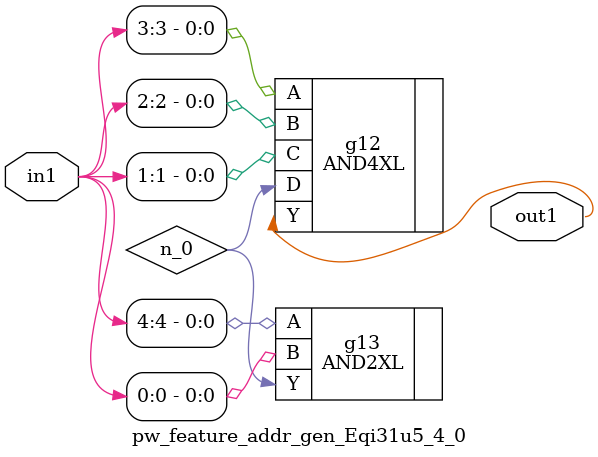
<source format=v>
`timescale 1ps / 1ps


module pw_feature_addr_gen_Eqi31u5_4_0(in1, out1);
  input [4:0] in1;
  output out1;
  wire [4:0] in1;
  wire out1;
  wire n_0;
  AND4XL g12(.A (in1[3]), .B (in1[2]), .C (in1[1]), .D (n_0), .Y
       (out1));
  AND2XL g13(.A (in1[4]), .B (in1[0]), .Y (n_0));
endmodule



</source>
